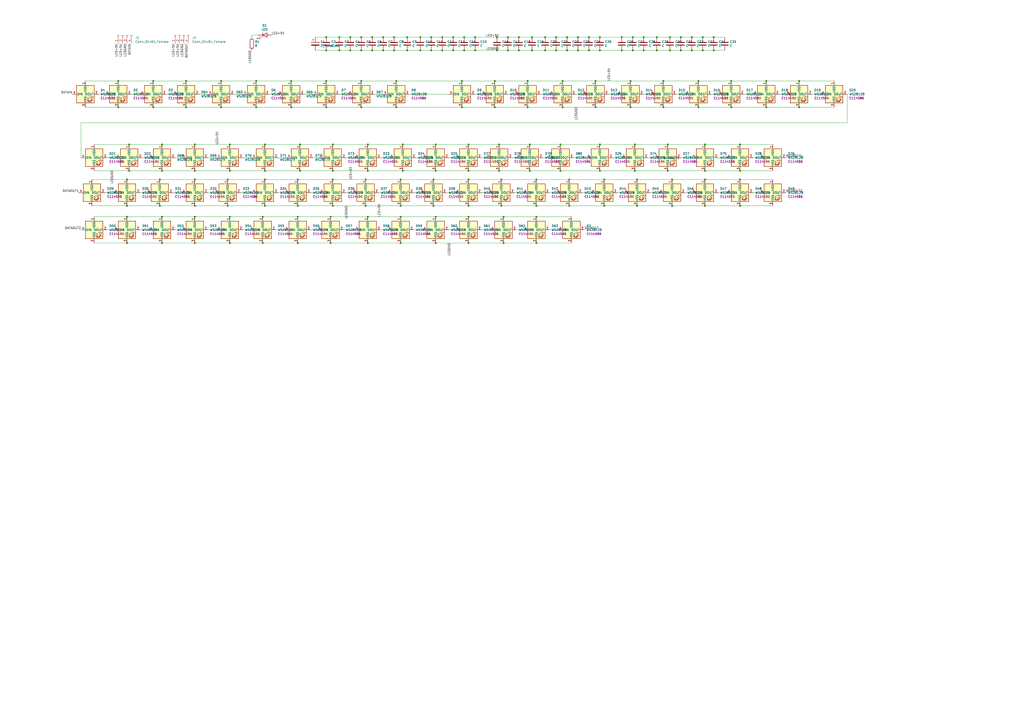
<source format=kicad_sch>
(kicad_sch (version 20211123) (generator eeschema)
  (paper "A2")
  (title_block (title "KY-58 PANEL") (date "2023-02-10") (rev "3"))
  (junction (at 326.39 62.23))
  (junction (at 189.23 29.21))
  (junction (at 330.2 119.38))
  (junction (at 290.83 119.38))
  (junction (at 306.07 62.23))
  (junction (at 113.03 99.06))
  (junction (at 262.89 21.59))
  (junction (at 367.03 21.59))
  (junction (at 271.78 125.73))
  (junction (at 74.93 99.06))
  (junction (at 132.08 119.38))
  (junction (at 222.25 21.59))
  (junction (at 252.73 83.82))
  (junction (at 196.85 29.21))
  (junction (at 373.38 29.21))
  (junction (at 407.67 21.59))
  (junction (at 262.89 29.21))
  (junction (at 172.72 125.73))
  (junction (at 345.44 46.99))
  (junction (at 128.27 62.23))
  (junction (at 173.99 83.82))
  (junction (at 232.41 140.97))
  (junction (at 405.13 62.23))
  (junction (at 236.22 21.59))
  (junction (at 300.99 21.59))
  (junction (at 232.41 119.38))
  (junction (at 215.9 21.59))
  (junction (at 384.81 46.99))
  (junction (at 271.78 104.14))
  (junction (at 328.93 21.59))
  (junction (at 173.99 99.06))
  (junction (at 275.59 21.59))
  (junction (at 243.84 21.59))
  (junction (at 381 29.21))
  (junction (at 133.35 140.97))
  (junction (at 203.2 29.21))
  (junction (at 252.73 140.97))
  (junction (at 326.39 46.99))
  (junction (at 93.98 83.82))
  (junction (at 153.67 104.14))
  (junction (at 316.23 21.59))
  (junction (at 193.04 83.82))
  (junction (at 113.03 104.14))
  (junction (at 212.09 104.14))
  (junction (at 271.78 83.82))
  (junction (at 113.03 125.73))
  (junction (at 233.68 83.82))
  (junction (at 341.63 29.21))
  (junction (at 388.62 29.21))
  (junction (at 365.76 62.23))
  (junction (at 444.5 62.23))
  (junction (at 311.15 119.38))
  (junction (at 93.98 99.06))
  (junction (at 311.15 104.14))
  (junction (at 250.19 29.21))
  (junction (at 401.32 21.59))
  (junction (at 387.35 83.82))
  (junction (at 307.34 83.82))
  (junction (at 213.36 99.06))
  (junction (at 133.35 83.82))
  (junction (at 251.46 119.38))
  (junction (at 347.98 99.06))
  (junction (at 360.68 21.59))
  (junction (at 193.04 99.06))
  (junction (at 408.94 119.38))
  (junction (at 429.26 83.82))
  (junction (at 73.66 104.14))
  (junction (at 228.6 21.59))
  (junction (at 172.72 119.38))
  (junction (at 233.68 99.06))
  (junction (at 68.58 62.23))
  (junction (at 350.52 119.38))
  (junction (at 311.15 125.73))
  (junction (at 369.57 104.14))
  (junction (at 308.61 29.21))
  (junction (at 191.77 140.97))
  (junction (at 73.66 140.97))
  (junction (at 168.91 62.23))
  (junction (at 289.56 83.82))
  (junction (at 360.68 29.21))
  (junction (at 152.4 125.73))
  (junction (at 113.03 83.82))
  (junction (at 290.83 104.14))
  (junction (at 388.62 21.59))
  (junction (at 335.28 21.59))
  (junction (at 168.91 46.99))
  (junction (at 232.41 125.73))
  (junction (at 213.36 140.97))
  (junction (at 153.67 99.06))
  (junction (at 381 21.59))
  (junction (at 107.95 62.23))
  (junction (at 444.5 46.99))
  (junction (at 328.93 29.21))
  (junction (at 429.26 104.14))
  (junction (at 288.29 21.59))
  (junction (at 193.04 119.38))
  (junction (at 368.3 99.06))
  (junction (at 384.81 62.23))
  (junction (at 345.44 62.23))
  (junction (at 148.59 46.99))
  (junction (at 212.09 119.38))
  (junction (at 152.4 140.97))
  (junction (at 294.64 29.21))
  (junction (at 92.71 119.38))
  (junction (at 93.98 140.97))
  (junction (at 341.63 21.59))
  (junction (at 193.04 104.14))
  (junction (at 113.03 119.38))
  (junction (at 373.38 21.59))
  (junction (at 429.26 99.06))
  (junction (at 325.12 83.82))
  (junction (at 308.61 21.59))
  (junction (at 347.98 29.21))
  (junction (at 172.72 140.97))
  (junction (at 229.87 46.99))
  (junction (at 132.08 104.14))
  (junction (at 236.22 29.21))
  (junction (at 133.35 125.73))
  (junction (at 389.89 104.14))
  (junction (at 316.23 29.21))
  (junction (at 307.34 99.06))
  (junction (at 408.94 99.06))
  (junction (at 189.23 62.23))
  (junction (at 311.15 140.97))
  (junction (at 213.36 83.82))
  (junction (at 408.94 104.14))
  (junction (at 269.24 21.59))
  (junction (at 335.28 29.21))
  (junction (at 408.94 83.82))
  (junction (at 73.66 125.73))
  (junction (at 424.18 46.99))
  (junction (at 325.12 99.06))
  (junction (at 306.07 46.99))
  (junction (at 189.23 46.99))
  (junction (at 252.73 99.06))
  (junction (at 271.78 140.97))
  (junction (at 256.54 21.59))
  (junction (at 232.41 104.14))
  (junction (at 300.99 29.21))
  (junction (at 387.35 99.06))
  (junction (at 287.02 62.23))
  (junction (at 209.55 29.21))
  (junction (at 252.73 125.73))
  (junction (at 394.97 21.59))
  (junction (at 133.35 99.06))
  (junction (at 365.76 46.99))
  (junction (at 215.9 29.21))
  (junction (at 424.18 62.23))
  (junction (at 113.03 140.97))
  (junction (at 148.59 62.23))
  (junction (at 269.24 29.21))
  (junction (at 88.9 46.99))
  (junction (at 250.19 21.59))
  (junction (at 153.67 83.82))
  (junction (at 196.85 21.59))
  (junction (at 229.87 62.23))
  (junction (at 189.23 21.59))
  (junction (at 128.27 46.99))
  (junction (at 92.71 104.14))
  (junction (at 209.55 21.59))
  (junction (at 228.6 29.21))
  (junction (at 369.57 119.38))
  (junction (at 271.78 119.38))
  (junction (at 292.1 125.73))
  (junction (at 73.66 119.38))
  (junction (at 330.2 104.14))
  (junction (at 389.89 119.38))
  (junction (at 191.77 125.73))
  (junction (at 275.59 29.21))
  (junction (at 367.03 29.21))
  (junction (at 288.29 29.21))
  (junction (at 256.54 29.21))
  (junction (at 88.9 62.23))
  (junction (at 271.78 99.06))
  (junction (at 68.58 46.99))
  (junction (at 287.02 46.99))
  (junction (at 267.97 46.99))
  (junction (at 401.32 29.21))
  (junction (at 463.55 46.99))
  (junction (at 294.64 21.59))
  (junction (at 322.58 29.21))
  (junction (at 289.56 99.06))
  (junction (at 368.3 83.82))
  (junction (at 251.46 104.14))
  (junction (at 93.98 125.73))
  (junction (at 407.67 29.21))
  (junction (at 243.84 29.21))
  (junction (at 414.02 29.21))
  (junction (at 107.95 46.99))
  (junction (at 267.97 62.23))
  (junction (at 213.36 125.73))
  (junction (at 203.2 21.59))
  (junction (at 429.26 119.38))
  (junction (at 209.55 46.99))
  (junction (at 405.13 46.99))
  (junction (at 222.25 29.21))
  (junction (at 350.52 104.14))
  (junction (at 209.55 62.23))
  (junction (at 463.55 62.23))
  (junction (at 322.58 21.59))
  (junction (at 394.97 29.21))
  (junction (at 414.02 21.59))
  (junction (at 74.93 83.82))
  (junction (at 347.98 21.59))
  (junction (at 172.72 104.14))
  (junction (at 292.1 140.97))
  (junction (at 347.98 83.82))
  (junction (at 153.67 119.38))
  (wire (pts (xy 144.78 133.35) (xy 140.97 133.35)))
  (wire (pts (xy 189.23 21.59) (xy 182.88 21.59)))
  (wire (pts (xy 93.98 125.73) (xy 73.66 125.73)))
  (wire (pts (xy 355.6 91.44) (xy 360.68 91.44)))
  (wire (pts (xy 275.59 29.21) (xy 288.29 29.21)))
  (wire (pts (xy 113.03 104.14) (xy 92.71 104.14)))
  (wire (pts (xy 350.52 119.38) (xy 369.57 119.38)))
  (wire (pts (xy 213.36 99.06) (xy 193.04 99.06)))
  (wire (pts (xy 429.26 104.14) (xy 408.94 104.14)))
  (wire (pts (xy 335.28 21.59) (xy 328.93 21.59)))
  (wire (pts (xy 185.42 111.76) (xy 180.34 111.76)))
  (wire (pts (xy 82.55 91.44) (xy 86.36 91.44)))
  (wire (pts (xy 189.23 46.99) (xy 209.55 46.99)))
  (wire (pts (xy 394.97 29.21) (xy 401.32 29.21)))
  (wire (pts (xy 407.67 29.21) (xy 414.02 29.21)))
  (wire (pts (xy 429.26 119.38) (xy 448.31 119.38)))
  (wire (pts (xy 330.2 104.14) (xy 311.15 104.14)))
  (wire (pts (xy 491.49 71.12) (xy 491.49 54.61)))
  (wire (pts (xy 294.64 21.59) (xy 288.29 21.59)))
  (wire (pts (xy 294.64 54.61) (xy 298.45 54.61)))
  (wire (pts (xy 113.03 119.38) (xy 132.08 119.38)))
  (wire (pts (xy 173.99 99.06) (xy 153.67 99.06)))
  (wire (pts (xy 290.83 119.38) (xy 311.15 119.38)))
  (wire (pts (xy 54.61 140.97) (xy 73.66 140.97)))
  (wire (pts (xy 245.11 133.35) (xy 240.03 133.35)))
  (wire (pts (xy 92.71 119.38) (xy 113.03 119.38)))
  (wire (pts (xy 440.69 111.76) (xy 436.88 111.76)))
  (wire (pts (xy 387.35 83.82) (xy 408.94 83.82)))
  (wire (pts (xy 275.59 21.59) (xy 269.24 21.59)))
  (wire (pts (xy 213.36 140.97) (xy 232.41 140.97)))
  (wire (pts (xy 168.91 46.99) (xy 189.23 46.99)))
  (wire (pts (xy 204.47 111.76) (xy 200.66 111.76)))
  (wire (pts (xy 189.23 62.23) (xy 209.55 62.23)))
  (wire (pts (xy 335.28 29.21) (xy 341.63 29.21)))
  (wire (pts (xy 184.15 133.35) (xy 180.34 133.35)))
  (wire (pts (xy 132.08 119.38) (xy 153.67 119.38)))
  (wire (pts (xy 326.39 62.23) (xy 345.44 62.23)))
  (wire (pts (xy 161.29 91.44) (xy 166.37 91.44)))
  (wire (pts (xy 463.55 46.99) (xy 444.5 46.99)))
  (wire (pts (xy 85.09 111.76) (xy 81.28 111.76)))
  (wire (pts (xy 148.59 62.23) (xy 168.91 62.23)))
  (wire (pts (xy 250.19 21.59) (xy 243.84 21.59)))
  (wire (pts (xy 350.52 104.14) (xy 330.2 104.14)))
  (wire (pts (xy 401.32 111.76) (xy 397.51 111.76)))
  (wire (pts (xy 181.61 91.44) (xy 185.42 91.44)))
  (wire (pts (xy 381 29.21) (xy 388.62 29.21)))
  (wire (pts (xy 252.73 83.82) (xy 271.78 83.82)))
  (wire (pts (xy 73.66 104.14) (xy 53.34 104.14)))
  (wire (pts (xy 74.93 99.06) (xy 93.98 99.06)))
  (wire (pts (xy 73.66 119.38) (xy 92.71 119.38)))
  (wire (pts (xy 289.56 99.06) (xy 307.34 99.06)))
  (wire (pts (xy 353.06 54.61) (xy 358.14 54.61)))
  (wire (pts (xy 361.95 111.76) (xy 358.14 111.76)))
  (wire (pts (xy 408.94 99.06) (xy 429.26 99.06)))
  (wire (pts (xy 322.58 29.21) (xy 328.93 29.21)))
  (wire (pts (xy 283.21 111.76) (xy 279.4 111.76)))
  (wire (pts (xy 93.98 83.82) (xy 74.93 83.82)))
  (wire (pts (xy 243.84 111.76) (xy 240.03 111.76)))
  (wire (pts (xy 313.69 54.61) (xy 318.77 54.61)))
  (wire (pts (xy 341.63 29.21) (xy 347.98 29.21)))
  (wire (pts (xy 394.97 91.44) (xy 401.32 91.44)))
  (wire (pts (xy 46.99 71.12) (xy 491.49 71.12)))
  (wire (pts (xy 229.87 62.23) (xy 267.97 62.23)))
  (wire (pts (xy 314.96 91.44) (xy 317.5 91.44)))
  (wire (pts (xy 217.17 54.61) (xy 222.25 54.61)))
  (wire (pts (xy 193.04 83.82) (xy 173.99 83.82)))
  (wire (pts (xy 96.52 54.61) (xy 100.33 54.61)))
  (wire (pts (xy 388.62 21.59) (xy 381 21.59)))
  (wire (pts (xy 228.6 29.21) (xy 236.22 29.21)))
  (wire (pts (xy 326.39 46.99) (xy 306.07 46.99)))
  (wire (pts (xy 287.02 62.23) (xy 306.07 62.23)))
  (wire (pts (xy 322.58 111.76) (xy 318.77 111.76)))
  (wire (pts (xy 168.91 62.23) (xy 189.23 62.23)))
  (wire (pts (xy 300.99 21.59) (xy 294.64 21.59)))
  (wire (pts (xy 46.99 91.44) (xy 46.99 71.12)))
  (wire (pts (xy 408.94 104.14) (xy 389.89 104.14)))
  (wire (pts (xy 289.56 83.82) (xy 307.34 83.82)))
  (wire (pts (xy 54.61 99.06) (xy 74.93 99.06)))
  (wire (pts (xy 345.44 46.99) (xy 326.39 46.99)))
  (wire (pts (xy 68.58 46.99) (xy 88.9 46.99)))
  (wire (pts (xy 152.4 125.73) (xy 133.35 125.73)))
  (wire (pts (xy 288.29 29.21) (xy 294.64 29.21)))
  (wire (pts (xy 107.95 62.23) (xy 128.27 62.23)))
  (wire (pts (xy 414.02 21.59) (xy 407.67 21.59)))
  (wire (pts (xy 375.92 91.44) (xy 379.73 91.44)))
  (wire (pts (xy 232.41 104.14) (xy 212.09 104.14)))
  (wire (pts (xy 373.38 21.59) (xy 367.03 21.59)))
  (wire (pts (xy 306.07 62.23) (xy 326.39 62.23)))
  (wire (pts (xy 252.73 99.06) (xy 271.78 99.06)))
  (wire (pts (xy 342.9 111.76) (xy 337.82 111.76)))
  (wire (pts (xy 73.66 125.73) (xy 54.61 125.73)))
  (wire (pts (xy 229.87 46.99) (xy 267.97 46.99)))
  (wire (pts (xy 300.99 29.21) (xy 308.61 29.21)))
  (wire (pts (xy 172.72 119.38) (xy 193.04 119.38)))
  (wire (pts (xy 73.66 140.97) (xy 93.98 140.97)))
  (wire (pts (xy 133.35 99.06) (xy 113.03 99.06)))
  (wire (pts (xy 215.9 29.21) (xy 222.25 29.21)))
  (wire (pts (xy 232.41 119.38) (xy 251.46 119.38)))
  (wire (pts (xy 284.48 133.35) (xy 279.4 133.35)))
  (wire (pts (xy 213.36 125.73) (xy 191.77 125.73)))
  (wire (pts (xy 408.94 119.38) (xy 429.26 119.38)))
  (wire (pts (xy 311.15 140.97) (xy 331.47 140.97)))
  (wire (pts (xy 189.23 29.21) (xy 182.88 29.21)))
  (wire (pts (xy 401.32 29.21) (xy 407.67 29.21)))
  (wire (pts (xy 113.03 125.73) (xy 93.98 125.73)))
  (wire (pts (xy 191.77 125.73) (xy 172.72 125.73)))
  (wire (pts (xy 308.61 21.59) (xy 300.99 21.59)))
  (wire (pts (xy 146.05 20.32) (xy 146.05 21.59)))
  (wire (pts (xy 57.15 54.61) (xy 60.96 54.61)))
  (wire (pts (xy 297.18 91.44) (xy 299.72 91.44)))
  (wire (pts (xy 483.87 46.99) (xy 463.55 46.99)))
  (wire (pts (xy 347.98 29.21) (xy 360.68 29.21)))
  (wire (pts (xy 53.34 119.38) (xy 73.66 119.38)))
  (wire (pts (xy 373.38 29.21) (xy 381 29.21)))
  (wire (pts (xy 191.77 140.97) (xy 213.36 140.97)))
  (wire (pts (xy 236.22 29.21) (xy 243.84 29.21)))
  (wire (pts (xy 405.13 46.99) (xy 384.81 46.99)))
  (wire (pts (xy 384.81 46.99) (xy 365.76 46.99)))
  (wire (pts (xy 193.04 119.38) (xy 212.09 119.38)))
  (wire (pts (xy 146.05 111.76) (xy 139.7 111.76)))
  (wire (pts (xy 330.2 119.38) (xy 350.52 119.38)))
  (wire (pts (xy 328.93 21.59) (xy 322.58 21.59)))
  (wire (pts (xy 256.54 21.59) (xy 250.19 21.59)))
  (wire (pts (xy 76.2 54.61) (xy 81.28 54.61)))
  (wire (pts (xy 424.18 46.99) (xy 405.13 46.99)))
  (wire (pts (xy 424.18 62.23) (xy 444.5 62.23)))
  (wire (pts (xy 318.77 133.35) (xy 323.85 133.35)))
  (wire (pts (xy 367.03 21.59) (xy 360.68 21.59)))
  (wire (pts (xy 251.46 119.38) (xy 271.78 119.38)))
  (wire (pts (xy 153.67 119.38) (xy 172.72 119.38)))
  (wire (pts (xy 128.27 62.23) (xy 148.59 62.23)))
  (wire (pts (xy 132.08 104.14) (xy 113.03 104.14)))
  (wire (pts (xy 294.64 29.21) (xy 300.99 29.21)))
  (wire (pts (xy 436.88 91.44) (xy 440.69 91.44)))
  (wire (pts (xy 463.55 62.23) (xy 483.87 62.23)))
  (wire (pts (xy 260.35 91.44) (xy 264.16 91.44)))
  (wire (pts (xy 444.5 46.99) (xy 424.18 46.99)))
  (wire (pts (xy 444.5 62.23) (xy 463.55 62.23)))
  (wire (pts (xy 146.05 20.32) (xy 149.86 20.32)))
  (wire (pts (xy 392.43 54.61) (xy 397.51 54.61)))
  (wire (pts (xy 62.23 91.44) (xy 67.31 91.44)))
  (wire (pts (xy 68.58 62.23) (xy 88.9 62.23)))
  (wire (pts (xy 421.64 111.76) (xy 416.56 111.76)))
  (wire (pts (xy 213.36 99.06) (xy 233.68 99.06)))
  (wire (pts (xy 172.72 104.14) (xy 153.67 104.14)))
  (wire (pts (xy 431.8 54.61) (xy 436.88 54.61)))
  (wire (pts (xy 368.3 99.06) (xy 387.35 99.06)))
  (wire (pts (xy 222.25 21.59) (xy 215.9 21.59)))
  (wire (pts (xy 308.61 29.21) (xy 316.23 29.21)))
  (wire (pts (xy 156.21 54.61) (xy 161.29 54.61)))
  (wire (pts (xy 172.72 125.73) (xy 152.4 125.73)))
  (wire (pts (xy 405.13 62.23) (xy 424.18 62.23)))
  (wire (pts (xy 368.3 99.06) (xy 347.98 99.06)))
  (wire (pts (xy 92.71 104.14) (xy 73.66 104.14)))
  (wire (pts (xy 271.78 104.14) (xy 251.46 104.14)))
  (wire (pts (xy 213.36 83.82) (xy 233.68 83.82)))
  (wire (pts (xy 271.78 125.73) (xy 252.73 125.73)))
  (wire (pts (xy 107.95 46.99) (xy 128.27 46.99)))
  (wire (pts (xy 209.55 62.23) (xy 229.87 62.23)))
  (wire (pts (xy 93.98 83.82) (xy 113.03 83.82)))
  (wire (pts (xy 224.79 111.76) (xy 219.71 111.76)))
  (wire (pts (xy 220.98 91.44) (xy 226.06 91.44)))
  (wire (pts (xy 365.76 46.99) (xy 345.44 46.99)))
  (wire (pts (xy 250.19 29.21) (xy 256.54 29.21)))
  (wire (pts (xy 113.03 83.82) (xy 133.35 83.82)))
  (wire (pts (xy 369.57 119.38) (xy 389.89 119.38)))
  (wire (pts (xy 101.6 91.44) (xy 105.41 91.44)))
  (wire (pts (xy 373.38 54.61) (xy 377.19 54.61)))
  (wire (pts (xy 196.85 21.59) (xy 189.23 21.59)))
  (wire (pts (xy 153.67 83.82) (xy 173.99 83.82)))
  (wire (pts (xy 267.97 46.99) (xy 287.02 46.99)))
  (wire (pts (xy 328.93 29.21) (xy 335.28 29.21)))
  (wire (pts (xy 115.57 54.61) (xy 120.65 54.61)))
  (wire (pts (xy 471.17 54.61) (xy 476.25 54.61)))
  (wire (pts (xy 389.89 104.14) (xy 369.57 104.14)))
  (wire (pts (xy 193.04 83.82) (xy 213.36 83.82)))
  (wire (pts (xy 264.16 133.35) (xy 260.35 133.35)))
  (wire (pts (xy 382.27 111.76) (xy 377.19 111.76)))
  (wire (pts (xy 243.84 29.21) (xy 250.19 29.21)))
  (wire (pts (xy 125.73 133.35) (xy 120.65 133.35)))
  (wire (pts (xy 275.59 21.59) (xy 288.29 21.59)))
  (wire (pts (xy 368.3 83.82) (xy 387.35 83.82)))
  (wire (pts (xy 252.73 125.73) (xy 232.41 125.73)))
  (wire (pts (xy 384.81 62.23) (xy 405.13 62.23)))
  (wire (pts (xy 133.35 83.82) (xy 153.67 83.82)))
  (wire (pts (xy 86.36 133.35) (xy 81.28 133.35)))
  (wire (pts (xy 347.98 21.59) (xy 360.68 21.59)))
  (wire (pts (xy 165.1 133.35) (xy 160.02 133.35)))
  (wire (pts (xy 88.9 46.99) (xy 107.95 46.99)))
  (wire (pts (xy 105.41 133.35) (xy 101.6 133.35)))
  (wire (pts (xy 66.04 111.76) (xy 60.96 111.76)))
  (wire (pts (xy 311.15 104.14) (xy 290.83 104.14)))
  (wire (pts (xy 341.63 21.59) (xy 335.28 21.59)))
  (wire (pts (xy 228.6 21.59) (xy 222.25 21.59)))
  (wire (pts (xy 452.12 54.61) (xy 455.93 54.61)))
  (wire (pts (xy 66.04 133.35) (xy 62.23 133.35)))
  (wire (pts (xy 176.53 54.61) (xy 181.61 54.61)))
  (wire (pts (xy 325.12 83.82) (xy 347.98 83.82)))
  (wire (pts (xy 140.97 91.44) (xy 146.05 91.44)))
  (wire (pts (xy 196.85 54.61) (xy 201.93 54.61)))
  (wire (pts (xy 401.32 21.59) (xy 394.97 21.59)))
  (wire (pts (xy 271.78 83.82) (xy 289.56 83.82)))
  (wire (pts (xy 369.57 104.14) (xy 350.52 104.14)))
  (wire (pts (xy 262.89 21.59) (xy 256.54 21.59)))
  (wire (pts (xy 128.27 46.99) (xy 148.59 46.99)))
  (wire (pts (xy 316.23 29.21) (xy 322.58 29.21)))
  (wire (pts (xy 203.2 29.21) (xy 209.55 29.21)))
  (wire (pts (xy 252.73 140.97) (xy 271.78 140.97)))
  (wire (pts (xy 303.53 111.76) (xy 298.45 111.76)))
  (wire (pts (xy 241.3 91.44) (xy 245.11 91.44)))
  (wire (pts (xy 189.23 29.21) (xy 196.85 29.21)))
  (wire (pts (xy 429.26 99.06) (xy 448.31 99.06)))
  (wire (pts (xy 389.89 119.38) (xy 408.94 119.38)))
  (wire (pts (xy 212.09 104.14) (xy 193.04 104.14)))
  (wire (pts (xy 311.15 125.73) (xy 292.1 125.73)))
  (wire (pts (xy 345.44 62.23) (xy 365.76 62.23)))
  (wire (pts (xy 316.23 21.59) (xy 308.61 21.59)))
  (wire (pts (xy 322.58 21.59) (xy 316.23 21.59)))
  (wire (pts (xy 367.03 29.21) (xy 373.38 29.21)))
  (wire (pts (xy 334.01 54.61) (xy 337.82 54.61)))
  (wire (pts (xy 133.35 140.97) (xy 152.4 140.97)))
  (wire (pts (xy 275.59 54.61) (xy 279.4 54.61)))
  (wire (pts (xy 153.67 99.06) (xy 133.35 99.06)))
  (wire (pts (xy 200.66 91.44) (xy 205.74 91.44)))
  (wire (pts (xy 267.97 62.23) (xy 287.02 62.23)))
  (wire (pts (xy 307.34 99.06) (xy 325.12 99.06)))
  (wire (pts (xy 414.02 29.21) (xy 420.37 29.21)))
  (wire (pts (xy 209.55 29.21) (xy 215.9 29.21)))
  (wire (pts (xy 412.75 54.61) (xy 416.56 54.61)))
  (wire (pts (xy 172.72 140.97) (xy 191.77 140.97)))
  (wire (pts (xy 307.34 83.82) (xy 325.12 83.82)))
  (wire (pts (xy 290.83 104.14) (xy 271.78 104.14)))
  (wire (pts (xy 394.97 21.59) (xy 388.62 21.59)))
  (wire (pts (xy 408.94 99.06) (xy 387.35 99.06)))
  (wire (pts (xy 173.99 99.06) (xy 193.04 99.06)))
  (wire (pts (xy 105.41 111.76) (xy 100.33 111.76)))
  (wire (pts (xy 88.9 62.23) (xy 107.95 62.23)))
  (wire (pts (xy 429.26 83.82) (xy 408.94 83.82)))
  (wire (pts (xy 236.22 21.59) (xy 228.6 21.59)))
  (wire (pts (xy 360.68 29.21) (xy 367.03 29.21)))
  (wire (pts (xy 209.55 21.59) (xy 203.2 21.59)))
  (wire (pts (xy 347.98 83.82) (xy 368.3 83.82)))
  (wire (pts (xy 152.4 140.97) (xy 172.72 140.97)))
  (wire (pts (xy 49.53 46.99) (xy 68.58 46.99)))
  (wire (pts (xy 232.41 125.73) (xy 213.36 125.73)))
  (wire (pts (xy 243.84 21.59) (xy 236.22 21.59)))
  (wire (pts (xy 420.37 21.59) (xy 414.02 21.59)))
  (wire (pts (xy 233.68 83.82) (xy 252.73 83.82)))
  (wire (pts (xy 256.54 29.21) (xy 262.89 29.21)))
  (wire (pts (xy 448.31 104.14) (xy 429.26 104.14)))
  (wire (pts (xy 135.89 54.61) (xy 140.97 54.61)))
  (wire (pts (xy 306.07 46.99) (xy 287.02 46.99)))
  (wire (pts (xy 416.56 91.44) (xy 421.64 91.44)))
  (wire (pts (xy 224.79 133.35) (xy 220.98 133.35)))
  (wire (pts (xy 271.78 99.06) (xy 289.56 99.06)))
  (wire (pts (xy 120.65 91.44) (xy 125.73 91.44)))
  (wire (pts (xy 279.4 91.44) (xy 281.94 91.44)))
  (wire (pts (xy 196.85 29.21) (xy 203.2 29.21)))
  (wire (pts (xy 271.78 119.38) (xy 290.83 119.38)))
  (wire (pts (xy 74.93 83.82) (xy 54.61 83.82)))
  (wire (pts (xy 264.16 111.76) (xy 259.08 111.76)))
  (wire (pts (xy 251.46 104.14) (xy 232.41 104.14)))
  (wire (pts (xy 209.55 46.99) (xy 229.87 46.99)))
  (wire (pts (xy 269.24 21.59) (xy 262.89 21.59)))
  (wire (pts (xy 332.74 91.44) (xy 340.36 91.44)))
  (wire (pts (xy 49.53 62.23) (xy 68.58 62.23)))
  (wire (pts (xy 193.04 104.14) (xy 172.72 104.14)))
  (wire (pts (xy 215.9 21.59) (xy 209.55 21.59)))
  (wire (pts (xy 237.49 54.61) (xy 260.35 54.61)))
  (wire (pts (xy 233.68 99.06) (xy 252.73 99.06)))
  (wire (pts (xy 113.03 99.06) (xy 93.98 99.06)))
  (wire (pts (xy 153.67 104.14) (xy 132.08 104.14)))
  (wire (pts (xy 232.41 140.97) (xy 252.73 140.97)))
  (wire (pts (xy 262.89 29.21) (xy 269.24 29.21)))
  (wire (pts (xy 292.1 140.97) (xy 311.15 140.97)))
  (wire (pts (xy 148.59 46.99) (xy 168.91 46.99)))
  (wire (pts (xy 347.98 21.59) (xy 341.63 21.59)))
  (wire (pts (xy 311.15 119.38) (xy 330.2 119.38)))
  (wire (pts (xy 407.67 21.59) (xy 401.32 21.59)))
  (wire (pts (xy 365.76 62.23) (xy 384.81 62.23)))
  (wire (pts (xy 212.09 119.38) (xy 232.41 119.38)))
  (wire (pts (xy 303.53 133.35) (xy 299.72 133.35)))
  (wire (pts (xy 133.35 125.73) (xy 113.03 125.73)))
  (wire (pts (xy 325.12 99.06) (xy 347.98 99.06)))
  (wire (pts (xy 113.03 140.97) (xy 133.35 140.97)))
  (wire (pts (xy 271.78 140.97) (xy 292.1 140.97)))
  (wire (pts (xy 222.25 29.21) (xy 228.6 29.21)))
  (wire (pts (xy 311.15 125.73) (xy 331.47 125.73)))
  (wire (pts (xy 203.2 21.59) (xy 196.85 21.59)))
  (wire (pts (xy 381 21.59) (xy 373.38 21.59)))
  (wire (pts (xy 292.1 125.73) (xy 271.78 125.73)))
  (wire (pts (xy 205.74 133.35) (xy 199.39 133.35)))
  (wire (pts (xy 269.24 29.21) (xy 275.59 29.21)))
  (wire (pts (xy 448.31 83.82) (xy 429.26 83.82)))
  (wire (pts (xy 165.1 111.76) (xy 161.29 111.76)))
  (wire (pts (xy 93.98 140.97) (xy 113.03 140.97)))
  (wire (pts (xy 124.46 111.76) (xy 120.65 111.76)))
  (wire (pts (xy 388.62 29.21) (xy 394.97 29.21)))
  (label "LED+5V" (at 354.33 46.99 90))
  (label "LEDGND" (at 201.93 119.38 270))
  (label "LEDGND" (at 66.04 99.06 270))
  (label "LED+5V" (at 127 83.82 90))
  (label "LEDGND" (at 261.62 140.97 270))
  (label "DATAIN" (at 76.2 25.4 270))
  (label "LED+5V" (at 71.12 25.4 270))
  (label "LEDGND" (at 335.28 62.23 270))
  (label "LED+5V" (at 204.47 104.14 90))
  (label "LEDGND" (at 73.66 25.4 270))
  (label "LED+5V" (at 104.14 25.4 270))
  (label "LEDGND" (at 146.05 29.21 270))
  (label "DATAOUT1" (at 455.93 91.44 0))
  (label "LEDGND" (at 281.94 29.21 0))
  (label "LED+5V" (at 68.58 25.4 270))
  (label "DATAOUT1" (at 384.81 92.71 0))
  (label "LED+5V" (at 101.6 25.4 270))
  (label "LED+5V" (at 220.98 125.73 90))
  (label "DATAOUT2" (at 455.93 111.76 0))
  (label "DATAOUT" (at 109.22 25.4 270))
  (label "LED+5V" (at 281.94 21.59 0))
  (label "LED+5V" (at 157.48 20.32 0))
  (label "DATAOUT2" (at 46.99 133.35 180))
  (label "DATAOUT" (at 339.09 133.35 0))
  (label "DATAOUT1" (at 45.72 111.76 180))
  (label "LEDGND" (at 106.68 25.4 270))
  (label "DATAIN" (at 41.91 54.61 180))
  (symbol (lib_id "Connector:Conn_01x04_Female") (at 71.12 20.32 90) (unit 1)
    (property "Reference" "J1" (at 78.4352 21.8948 90) (effects (justify right)))
    (property "Value" "Conn_01x04_Female" (at 78.4352 24.2062 90) (effects (justify right)))
    (property "Footprint" "OH_Footprints:Molex_Mini-Fit_Jr_5566-04A_2x02_P4.20mm_Vertical" (effects hide))
  )
  (symbol (lib_id "Connector:Conn_01x04_Female") (at 104.14 20.32 90) (unit 1)
    (property "Reference" "J2" (at 111.4552 21.8948 90) (effects (justify right)))
    (property "Value" "Conn_01x04_Female" (at 111.4552 24.2062 90) (effects (justify right)))
    (property "Footprint" "OH_Footprints:Molex_Mini-Fit_Jr_5566-04A_2x02_P4.20mm_Vertical" (effects hide))
  )
  (symbol (lib_id "Device:LED") (at 153.67 20.32 0) (unit 1)
    (property "Reference" "D1" (at 153.4922 14.8082 0))
    (property "Value" "LED" (at 153.4922 17.1196 0))
    (property "Footprint" "OH_Footprints:LED_D3.0mm" (effects hide))
  )
  (symbol (lib_id "Device:R") (at 146.05 25.4 0) (unit 1)
    (property "Reference" "R1" (at 147.828 24.2316 0) (effects (justify left)))
    (property "Value" "R" (at 147.828 26.543 0) (effects (justify left)))
    (property "Footprint" "OH_Footprints:R_0603_1608Metric" (effects hide))
  )
  (symbol (lib_id "LED:WS2812B") (at 331.47 133.35 0) (unit 1)
    (property "Reference" "D2" (at 340.2076 131.0386 0) (effects (justify left)))
    (property "Value" "WS2812B" (at 340.2076 133.35 0) (effects (justify left)))
    (property "Footprint" "OH_Footprints:LED_WS2812B_PLCC4_5.0x5.0mm_P3.2mm" (effects hide))
    (property "Datasheet" "https://cdn-shop.adafruit.com/datasheets/WS2812B.pdf" (effects hide))
    (property "LCSC Part Number" "C114586" (at 340.2076 135.6614 0) (effects (justify left)))
  )
  (symbol (lib_id "LED:WS2812B") (at 88.9 54.61 0) (unit 1)
    (property "Reference" "D3" (at 97.6376 52.2986 0) (effects (justify left)))
    (property "Value" "WS2812B" (at 97.6376 54.61 0) (effects (justify left)))
    (property "Footprint" "OH_Footprints:LED_WS2812B_PLCC4_5.0x5.0mm_P3.2mm" (effects hide))
    (property "Datasheet" "https://cdn-shop.adafruit.com/datasheets/WS2812B.pdf" (effects hide))
    (property "LCSC Part Number" "C114586" (at 97.6376 56.9214 0) (effects (justify left)))
  )
  (symbol (lib_id "LED:WS2812B") (at 49.53 54.61 0) (unit 1)
    (property "Reference" "D4" (at 58.2676 52.2986 0) (effects (justify left)))
    (property "Value" "WS2812B" (at 58.2676 54.61 0) (effects (justify left)))
    (property "Footprint" "OH_Footprints:LED_WS2812B_PLCC4_5.0x5.0mm_P3.2mm" (effects hide))
    (property "Datasheet" "https://cdn-shop.adafruit.com/datasheets/WS2812B.pdf" (effects hide))
    (property "LCSC Part Number" "C114586" (at 58.2676 56.9214 0) (effects (justify left)))
  )
  (symbol (lib_id "LED:WS2812B") (at 68.58 54.61 0) (unit 1)
    (property "Reference" "D5" (at 77.3176 52.2986 0) (effects (justify left)))
    (property "Value" "WS2812B" (at 77.3176 54.61 0) (effects (justify left)))
    (property "Footprint" "OH_Footprints:LED_WS2812B_PLCC4_5.0x5.0mm_P3.2mm" (effects hide))
    (property "Datasheet" "https://cdn-shop.adafruit.com/datasheets/WS2812B.pdf" (effects hide))
    (property "LCSC Part Number" "C114586" (at 77.3176 56.9214 0) (effects (justify left)))
  )
  (symbol (lib_id "LED:WS2812B") (at 148.59 54.61 0) (unit 1)
    (property "Reference" "D6" (at 157.3276 52.2986 0) (effects (justify left)))
    (property "Value" "WS2812B" (at 157.3276 54.61 0) (effects (justify left)))
    (property "Footprint" "OH_Footprints:LED_WS2812B_PLCC4_5.0x5.0mm_P3.2mm" (effects hide))
    (property "Datasheet" "https://cdn-shop.adafruit.com/datasheets/WS2812B.pdf" (effects hide))
    (property "LCSC Part Number" "C114586" (at 157.3276 56.9214 0) (effects (justify left)))
  )
  (symbol (lib_id "LED:WS2812B") (at 189.23 54.61 0) (unit 1)
    (property "Reference" "D7" (at 197.9676 52.2986 0) (effects (justify left)))
    (property "Value" "WS2812B" (at 197.9676 54.61 0) (effects (justify left)))
    (property "Footprint" "OH_Footprints:LED_WS2812B_PLCC4_5.0x5.0mm_P3.2mm" (effects hide))
    (property "Datasheet" "https://cdn-shop.adafruit.com/datasheets/WS2812B.pdf" (effects hide))
    (property "LCSC Part Number" "C114586" (at 197.9676 56.9214 0) (effects (justify left)))
  )
  (symbol (lib_id "LED:WS2812B") (at 229.87 54.61 0) (unit 1)
    (property "Reference" "D8" (at 238.6076 52.2986 0) (effects (justify left)))
    (property "Value" "WS2812B" (at 238.6076 54.61 0) (effects (justify left)))
    (property "Footprint" "OH_Footprints:LED_WS2812B_PLCC4_5.0x5.0mm_P3.2mm" (effects hide))
    (property "Datasheet" "https://cdn-shop.adafruit.com/datasheets/WS2812B.pdf" (effects hide))
    (property "LCSC Part Number" "C114586" (at 238.6076 56.9214 0) (effects (justify left)))
  )
  (symbol (lib_id "LED:WS2812B") (at 267.97 54.61 0) (unit 1)
    (property "Reference" "D9" (at 276.7076 52.2986 0) (effects (justify left)))
    (property "Value" "WS2812B" (at 276.7076 54.61 0) (effects (justify left)))
    (property "Footprint" "OH_Footprints:LED_WS2812B_PLCC4_5.0x5.0mm_P3.2mm" (effects hide))
    (property "Datasheet" "https://cdn-shop.adafruit.com/datasheets/WS2812B.pdf" (effects hide))
    (property "LCSC Part Number" "C114586" (at 276.7076 56.9214 0) (effects (justify left)))
  )
  (symbol (lib_id "LED:WS2812B") (at 287.02 54.61 0) (unit 1)
    (property "Reference" "D10" (at 295.7576 52.2986 0) (effects (justify left)))
    (property "Value" "WS2812B" (at 295.7576 54.61 0) (effects (justify left)))
    (property "Footprint" "OH_Footprints:LED_WS2812B_PLCC4_5.0x5.0mm_P3.2mm" (effects hide))
    (property "Datasheet" "https://cdn-shop.adafruit.com/datasheets/WS2812B.pdf" (effects hide))
    (property "LCSC Part Number" "C114586" (at 295.7576 56.9214 0) (effects (justify left)))
  )
  (symbol (lib_id "LED:WS2812B") (at 306.07 54.61 0) (unit 1)
    (property "Reference" "D11" (at 314.8076 52.2986 0) (effects (justify left)))
    (property "Value" "WS2812B" (at 314.8076 54.61 0) (effects (justify left)))
    (property "Footprint" "OH_Footprints:LED_WS2812B_PLCC4_5.0x5.0mm_P3.2mm" (effects hide))
    (property "Datasheet" "https://cdn-shop.adafruit.com/datasheets/WS2812B.pdf" (effects hide))
    (property "LCSC Part Number" "C114586" (at 314.8076 56.9214 0) (effects (justify left)))
  )
  (symbol (lib_id "LED:WS2812B") (at 326.39 54.61 0) (unit 1)
    (property "Reference" "D12" (at 335.1276 52.2986 0) (effects (justify left)))
    (property "Value" "WS2812B" (at 335.1276 54.61 0) (effects (justify left)))
    (property "Footprint" "OH_Footprints:LED_WS2812B_PLCC4_5.0x5.0mm_P3.2mm" (effects hide))
    (property "Datasheet" "https://cdn-shop.adafruit.com/datasheets/WS2812B.pdf" (effects hide))
    (property "LCSC Part Number" "C114586" (at 335.1276 56.9214 0) (effects (justify left)))
  )
  (symbol (lib_id "LED:WS2812B") (at 345.44 54.61 0) (unit 1)
    (property "Reference" "D13" (at 354.1776 52.2986 0) (effects (justify left)))
    (property "Value" "WS2812B" (at 354.1776 54.61 0) (effects (justify left)))
    (property "Footprint" "OH_Footprints:LED_WS2812B_PLCC4_5.0x5.0mm_P3.2mm" (effects hide))
    (property "Datasheet" "https://cdn-shop.adafruit.com/datasheets/WS2812B.pdf" (effects hide))
    (property "LCSC Part Number" "C114586" (at 354.1776 56.9214 0) (effects (justify left)))
  )
  (symbol (lib_id "LED:WS2812B") (at 365.76 54.61 0) (unit 1)
    (property "Reference" "D14" (at 374.4976 52.2986 0) (effects (justify left)))
    (property "Value" "WS2812B" (at 374.4976 54.61 0) (effects (justify left)))
    (property "Footprint" "OH_Footprints:LED_WS2812B_PLCC4_5.0x5.0mm_P3.2mm" (effects hide))
    (property "Datasheet" "https://cdn-shop.adafruit.com/datasheets/WS2812B.pdf" (effects hide))
    (property "LCSC Part Number" "C114586" (at 374.4976 56.9214 0) (effects (justify left)))
  )
  (symbol (lib_id "LED:WS2812B") (at 384.81 54.61 0) (unit 1)
    (property "Reference" "D15" (at 393.5476 52.2986 0) (effects (justify left)))
    (property "Value" "WS2812B" (at 393.5476 54.61 0) (effects (justify left)))
    (property "Footprint" "OH_Footprints:LED_WS2812B_PLCC4_5.0x5.0mm_P3.2mm" (effects hide))
    (property "Datasheet" "https://cdn-shop.adafruit.com/datasheets/WS2812B.pdf" (effects hide))
    (property "LCSC Part Number" "C114586" (at 393.5476 56.9214 0) (effects (justify left)))
  )
  (symbol (lib_id "LED:WS2812B") (at 405.13 54.61 0) (unit 1)
    (property "Reference" "D16" (at 413.8676 52.2986 0) (effects (justify left)))
    (property "Value" "WS2812B" (at 413.8676 54.61 0) (effects (justify left)))
    (property "Footprint" "OH_Footprints:LED_WS2812B_PLCC4_5.0x5.0mm_P3.2mm" (effects hide))
    (property "Datasheet" "https://cdn-shop.adafruit.com/datasheets/WS2812B.pdf" (effects hide))
    (property "LCSC Part Number" "C114586" (at 413.8676 56.9214 0) (effects (justify left)))
  )
  (symbol (lib_id "LED:WS2812B") (at 424.18 54.61 0) (unit 1)
    (property "Reference" "D17" (at 432.9176 52.2986 0) (effects (justify left)))
    (property "Value" "WS2812B" (at 432.9176 54.61 0) (effects (justify left)))
    (property "Footprint" "OH_Footprints:LED_WS2812B_PLCC4_5.0x5.0mm_P3.2mm" (effects hide))
    (property "Datasheet" "https://cdn-shop.adafruit.com/datasheets/WS2812B.pdf" (effects hide))
    (property "LCSC Part Number" "C114586" (at 432.9176 56.9214 0) (effects (justify left)))
  )
  (symbol (lib_id "LED:WS2812B") (at 444.5 54.61 0) (unit 1)
    (property "Reference" "D18" (at 453.2376 52.2986 0) (effects (justify left)))
    (property "Value" "WS2812B" (at 453.2376 54.61 0) (effects (justify left)))
    (property "Footprint" "OH_Footprints:LED_WS2812B_PLCC4_5.0x5.0mm_P3.2mm" (effects hide))
    (property "Datasheet" "https://cdn-shop.adafruit.com/datasheets/WS2812B.pdf" (effects hide))
    (property "LCSC Part Number" "C114586" (at 453.2376 56.9214 0) (effects (justify left)))
  )
  (symbol (lib_id "LED:WS2812B") (at 463.55 54.61 0) (unit 1)
    (property "Reference" "D19" (at 472.2876 52.2986 0) (effects (justify left)))
    (property "Value" "WS2812B" (at 472.2876 54.61 0) (effects (justify left)))
    (property "Footprint" "OH_Footprints:LED_WS2812B_PLCC4_5.0x5.0mm_P3.2mm" (effects hide))
    (property "Datasheet" "https://cdn-shop.adafruit.com/datasheets/WS2812B.pdf" (effects hide))
    (property "LCSC Part Number" "C114586" (at 472.2876 56.9214 0) (effects (justify left)))
  )
  (symbol (lib_id "LED:WS2812B") (at 483.87 54.61 0) (unit 1)
    (property "Reference" "D20" (at 492.6076 52.2986 0) (effects (justify left)))
    (property "Value" "WS2812B" (at 492.6076 54.61 0) (effects (justify left)))
    (property "Footprint" "OH_Footprints:LED_WS2812B_PLCC4_5.0x5.0mm_P3.2mm" (effects hide))
    (property "Datasheet" "https://cdn-shop.adafruit.com/datasheets/WS2812B.pdf" (effects hide))
    (property "LCSC Part Number" "C114586" (at 492.6076 56.9214 0) (effects (justify left)))
  )
  (symbol (lib_id "LED:WS2812B") (at 54.61 91.44 0) (unit 1)
    (property "Reference" "D21" (at 63.3476 89.1286 0) (effects (justify left)))
    (property "Value" "WS2812B" (at 63.3476 91.44 0) (effects (justify left)))
    (property "Footprint" "OH_Footprints:LED_WS2812B_PLCC4_5.0x5.0mm_P3.2mm" (effects hide))
    (property "Datasheet" "https://cdn-shop.adafruit.com/datasheets/WS2812B.pdf" (effects hide))
    (property "LCSC Part Number" "C114586" (at 63.3476 93.7514 0) (effects (justify left)))
  )
  (symbol (lib_id "LED:WS2812B") (at 74.93 91.44 0) (unit 1)
    (property "Reference" "D22" (at 83.6676 89.1286 0) (effects (justify left)))
    (property "Value" "WS2812B" (at 83.6676 91.44 0) (effects (justify left)))
    (property "Footprint" "OH_Footprints:LED_WS2812B_PLCC4_5.0x5.0mm_P3.2mm" (effects hide))
    (property "Datasheet" "https://cdn-shop.adafruit.com/datasheets/WS2812B.pdf" (effects hide))
    (property "LCSC Part Number" "C114586" (at 83.6676 93.7514 0) (effects (justify left)))
  )
  (symbol (lib_id "LED:WS2812B") (at 213.36 91.44 0) (unit 1)
    (property "Reference" "D23" (at 222.0976 89.1286 0) (effects (justify left)))
    (property "Value" "WS2812B" (at 222.0976 91.44 0) (effects (justify left)))
    (property "Footprint" "OH_Footprints:LED_WS2812B_PLCC4_5.0x5.0mm_P3.2mm" (effects hide))
    (property "Datasheet" "https://cdn-shop.adafruit.com/datasheets/WS2812B.pdf" (effects hide))
    (property "LCSC Part Number" "C114586" (at 222.0976 93.7514 0) (effects (justify left)))
  )
  (symbol (lib_id "LED:WS2812B") (at 233.68 91.44 0) (unit 1)
    (property "Reference" "D24" (at 242.4176 89.1286 0) (effects (justify left)))
    (property "Value" "WS2812B" (at 242.4176 91.44 0) (effects (justify left)))
    (property "Footprint" "OH_Footprints:LED_WS2812B_PLCC4_5.0x5.0mm_P3.2mm" (effects hide))
    (property "Datasheet" "https://cdn-shop.adafruit.com/datasheets/WS2812B.pdf" (effects hide))
    (property "LCSC Part Number" "C114586" (at 242.4176 93.7514 0) (effects (justify left)))
  )
  (symbol (lib_id "LED:WS2812B") (at 252.73 91.44 0) (unit 1)
    (property "Reference" "D25" (at 261.4676 89.1286 0) (effects (justify left)))
    (property "Value" "WS2812B" (at 261.4676 91.44 0) (effects (justify left)))
    (property "Footprint" "OH_Footprints:LED_WS2812B_PLCC4_5.0x5.0mm_P3.2mm" (effects hide))
    (property "Datasheet" "https://cdn-shop.adafruit.com/datasheets/WS2812B.pdf" (effects hide))
    (property "LCSC Part Number" "C114586" (at 261.4676 93.7514 0) (effects (justify left)))
  )
  (symbol (lib_id "LED:WS2812B") (at 347.98 91.44 0) (unit 1)
    (property "Reference" "D26" (at 356.7176 89.1286 0) (effects (justify left)))
    (property "Value" "WS2812B" (at 356.7176 91.44 0) (effects (justify left)))
    (property "Footprint" "OH_Footprints:LED_WS2812B_PLCC4_5.0x5.0mm_P3.2mm" (effects hide))
    (property "Datasheet" "https://cdn-shop.adafruit.com/datasheets/WS2812B.pdf" (effects hide))
    (property "LCSC Part Number" "C114586" (at 356.7176 93.7514 0) (effects (justify left)))
  )
  (symbol (lib_id "LED:WS2812B") (at 387.35 91.44 0) (unit 1)
    (property "Reference" "D27" (at 396.0876 89.1286 0) (effects (justify left)))
    (property "Value" "WS2812B" (at 396.0876 91.44 0) (effects (justify left)))
    (property "Footprint" "OH_Footprints:LED_WS2812B_PLCC4_5.0x5.0mm_P3.2mm" (effects hide))
    (property "Datasheet" "https://cdn-shop.adafruit.com/datasheets/WS2812B.pdf" (effects hide))
    (property "LCSC Part Number" "C114586" (at 396.0876 93.7514 0) (effects (justify left)))
  )
  (symbol (lib_id "LED:WS2812B") (at 429.26 91.44 0) (unit 1)
    (property "Reference" "D28" (at 437.9976 89.1286 0) (effects (justify left)))
    (property "Value" "WS2812B" (at 437.9976 91.44 0) (effects (justify left)))
    (property "Footprint" "OH_Footprints:LED_WS2812B_PLCC4_5.0x5.0mm_P3.2mm" (effects hide))
    (property "Datasheet" "https://cdn-shop.adafruit.com/datasheets/WS2812B.pdf" (effects hide))
    (property "LCSC Part Number" "C114586" (at 437.9976 93.7514 0) (effects (justify left)))
  )
  (symbol (lib_id "LED:WS2812B") (at 53.34 111.76 0) (unit 1)
    (property "Reference" "D29" (at 62.0776 109.4486 0) (effects (justify left)))
    (property "Value" "WS2812B" (at 62.0776 111.76 0) (effects (justify left)))
    (property "Footprint" "OH_Footprints:LED_WS2812B_PLCC4_5.0x5.0mm_P3.2mm" (effects hide))
    (property "Datasheet" "https://cdn-shop.adafruit.com/datasheets/WS2812B.pdf" (effects hide))
    (property "LCSC Part Number" "C114586" (at 62.0776 114.0714 0) (effects (justify left)))
  )
  (symbol (lib_id "LED:WS2812B") (at 73.66 111.76 0) (unit 1)
    (property "Reference" "D30" (at 82.3976 109.4486 0) (effects (justify left)))
    (property "Value" "WS2812B" (at 82.3976 111.76 0) (effects (justify left)))
    (property "Footprint" "OH_Footprints:LED_WS2812B_PLCC4_5.0x5.0mm_P3.2mm" (effects hide))
    (property "Datasheet" "https://cdn-shop.adafruit.com/datasheets/WS2812B.pdf" (effects hide))
    (property "LCSC Part Number" "C114586" (at 82.3976 114.0714 0) (effects (justify left)))
  )
  (symbol (lib_id "LED:WS2812B") (at 92.71 111.76 0) (unit 1)
    (property "Reference" "D31" (at 101.4476 109.4486 0) (effects (justify left)))
    (property "Value" "WS2812B" (at 101.4476 111.76 0) (effects (justify left)))
    (property "Footprint" "OH_Footprints:LED_WS2812B_PLCC4_5.0x5.0mm_P3.2mm" (effects hide))
    (property "Datasheet" "https://cdn-shop.adafruit.com/datasheets/WS2812B.pdf" (effects hide))
    (property "LCSC Part Number" "C114586" (at 101.4476 114.0714 0) (effects (justify left)))
  )
  (symbol (lib_id "LED:WS2812B") (at 113.03 111.76 0) (unit 1)
    (property "Reference" "D32" (at 121.7676 109.4486 0) (effects (justify left)))
    (property "Value" "WS2812B" (at 121.7676 111.76 0) (effects (justify left)))
    (property "Footprint" "OH_Footprints:LED_WS2812B_PLCC4_5.0x5.0mm_P3.2mm" (effects hide))
    (property "Datasheet" "https://cdn-shop.adafruit.com/datasheets/WS2812B.pdf" (effects hide))
    (property "LCSC Part Number" "C114586" (at 121.7676 114.0714 0) (effects (justify left)))
  )
  (symbol (lib_id "LED:WS2812B") (at 132.08 111.76 0) (unit 1)
    (property "Reference" "D33" (at 140.8176 109.4486 0) (effects (justify left)))
    (property "Value" "WS2812B" (at 140.8176 111.76 0) (effects (justify left)))
    (property "Footprint" "OH_Footprints:LED_WS2812B_PLCC4_5.0x5.0mm_P3.2mm" (effects hide))
    (property "Datasheet" "https://cdn-shop.adafruit.com/datasheets/WS2812B.pdf" (effects hide))
    (property "LCSC Part Number" "C114586" (at 140.8176 114.0714 0) (effects (justify left)))
  )
  (symbol (lib_id "LED:WS2812B") (at 153.67 111.76 0) (unit 1)
    (property "Reference" "D34" (at 162.4076 109.4486 0) (effects (justify left)))
    (property "Value" "WS2812B" (at 162.4076 111.76 0) (effects (justify left)))
    (property "Footprint" "OH_Footprints:LED_WS2812B_PLCC4_5.0x5.0mm_P3.2mm" (effects hide))
    (property "Datasheet" "https://cdn-shop.adafruit.com/datasheets/WS2812B.pdf" (effects hide))
    (property "LCSC Part Number" "C114586" (at 162.4076 114.0714 0) (effects (justify left)))
  )
  (symbol (lib_id "LED:WS2812B") (at 172.72 111.76 0) (unit 1)
    (property "Reference" "D35" (at 181.4576 109.4486 0) (effects (justify left)))
    (property "Value" "WS2812B" (at 181.4576 111.76 0) (effects (justify left)))
    (property "Footprint" "OH_Footprints:LED_WS2812B_PLCC4_5.0x5.0mm_P3.2mm" (effects hide))
    (property "Datasheet" "https://cdn-shop.adafruit.com/datasheets/WS2812B.pdf" (effects hide))
    (property "LCSC Part Number" "C114586" (at 181.4576 114.0714 0) (effects (justify left)))
  )
  (symbol (lib_id "LED:WS2812B") (at 193.04 111.76 0) (unit 1)
    (property "Reference" "D36" (at 201.7776 109.4486 0) (effects (justify left)))
    (property "Value" "WS2812B" (at 201.7776 111.76 0) (effects (justify left)))
    (property "Footprint" "OH_Footprints:LED_WS2812B_PLCC4_5.0x5.0mm_P3.2mm" (effects hide))
    (property "Datasheet" "https://cdn-shop.adafruit.com/datasheets/WS2812B.pdf" (effects hide))
    (property "LCSC Part Number" "C114586" (at 201.7776 114.0714 0) (effects (justify left)))
  )
  (symbol (lib_id "LED:WS2812B") (at 212.09 111.76 0) (unit 1)
    (property "Reference" "D37" (at 220.8276 109.4486 0) (effects (justify left)))
    (property "Value" "WS2812B" (at 220.8276 111.76 0) (effects (justify left)))
    (property "Footprint" "OH_Footprints:LED_WS2812B_PLCC4_5.0x5.0mm_P3.2mm" (effects hide))
    (property "Datasheet" "https://cdn-shop.adafruit.com/datasheets/WS2812B.pdf" (effects hide))
    (property "LCSC Part Number" "C114586" (at 220.8276 114.0714 0) (effects (justify left)))
  )
  (symbol (lib_id "LED:WS2812B") (at 232.41 111.76 0) (unit 1)
    (property "Reference" "D38" (at 241.1476 109.4486 0) (effects (justify left)))
    (property "Value" "WS2812B" (at 241.1476 111.76 0) (effects (justify left)))
    (property "Footprint" "OH_Footprints:LED_WS2812B_PLCC4_5.0x5.0mm_P3.2mm" (effects hide))
    (property "Datasheet" "https://cdn-shop.adafruit.com/datasheets/WS2812B.pdf" (effects hide))
    (property "LCSC Part Number" "C114586" (at 241.1476 114.0714 0) (effects (justify left)))
  )
  (symbol (lib_id "LED:WS2812B") (at 251.46 111.76 0) (unit 1)
    (property "Reference" "D39" (at 260.1976 109.4486 0) (effects (justify left)))
    (property "Value" "WS2812B" (at 260.1976 111.76 0) (effects (justify left)))
    (property "Footprint" "OH_Footprints:LED_WS2812B_PLCC4_5.0x5.0mm_P3.2mm" (effects hide))
    (property "Datasheet" "https://cdn-shop.adafruit.com/datasheets/WS2812B.pdf" (effects hide))
    (property "LCSC Part Number" "C114586" (at 260.1976 114.0714 0) (effects (justify left)))
  )
  (symbol (lib_id "LED:WS2812B") (at 271.78 111.76 0) (unit 1)
    (property "Reference" "D40" (at 280.5176 109.4486 0) (effects (justify left)))
    (property "Value" "WS2812B" (at 280.5176 111.76 0) (effects (justify left)))
    (property "Footprint" "OH_Footprints:LED_WS2812B_PLCC4_5.0x5.0mm_P3.2mm" (effects hide))
    (property "Datasheet" "https://cdn-shop.adafruit.com/datasheets/WS2812B.pdf" (effects hide))
    (property "LCSC Part Number" "C114586" (at 280.5176 114.0714 0) (effects (justify left)))
  )
  (symbol (lib_id "LED:WS2812B") (at 290.83 111.76 0) (unit 1)
    (property "Reference" "D41" (at 299.5676 109.4486 0) (effects (justify left)))
    (property "Value" "WS2812B" (at 299.5676 111.76 0) (effects (justify left)))
    (property "Footprint" "OH_Footprints:LED_WS2812B_PLCC4_5.0x5.0mm_P3.2mm" (effects hide))
    (property "Datasheet" "https://cdn-shop.adafruit.com/datasheets/WS2812B.pdf" (effects hide))
    (property "LCSC Part Number" "C114586" (at 299.5676 114.0714 0) (effects (justify left)))
  )
  (symbol (lib_id "LED:WS2812B") (at 311.15 111.76 0) (unit 1)
    (property "Reference" "D42" (at 319.8876 109.4486 0) (effects (justify left)))
    (property "Value" "WS2812B" (at 319.8876 111.76 0) (effects (justify left)))
    (property "Footprint" "OH_Footprints:LED_WS2812B_PLCC4_5.0x5.0mm_P3.2mm" (effects hide))
    (property "Datasheet" "https://cdn-shop.adafruit.com/datasheets/WS2812B.pdf" (effects hide))
    (property "LCSC Part Number" "C114586" (at 319.8876 114.0714 0) (effects (justify left)))
  )
  (symbol (lib_id "LED:WS2812B") (at 330.2 111.76 0) (unit 1)
    (property "Reference" "D43" (at 338.9376 109.4486 0) (effects (justify left)))
    (property "Value" "WS2812B" (at 338.9376 111.76 0) (effects (justify left)))
    (property "Footprint" "OH_Footprints:LED_WS2812B_PLCC4_5.0x5.0mm_P3.2mm" (effects hide))
    (property "Datasheet" "https://cdn-shop.adafruit.com/datasheets/WS2812B.pdf" (effects hide))
    (property "LCSC Part Number" "C114586" (at 338.9376 114.0714 0) (effects (justify left)))
  )
  (symbol (lib_id "LED:WS2812B") (at 350.52 111.76 0) (unit 1)
    (property "Reference" "D44" (at 359.2576 109.4486 0) (effects (justify left)))
    (property "Value" "WS2812B" (at 359.2576 111.76 0) (effects (justify left)))
    (property "Footprint" "OH_Footprints:LED_WS2812B_PLCC4_5.0x5.0mm_P3.2mm" (effects hide))
    (property "Datasheet" "https://cdn-shop.adafruit.com/datasheets/WS2812B.pdf" (effects hide))
    (property "LCSC Part Number" "C114586" (at 359.2576 114.0714 0) (effects (justify left)))
  )
  (symbol (lib_id "LED:WS2812B") (at 369.57 111.76 0) (unit 1)
    (property "Reference" "D45" (at 378.3076 109.4486 0) (effects (justify left)))
    (property "Value" "WS2812B" (at 378.3076 111.76 0) (effects (justify left)))
    (property "Footprint" "OH_Footprints:LED_WS2812B_PLCC4_5.0x5.0mm_P3.2mm" (effects hide))
    (property "Datasheet" "https://cdn-shop.adafruit.com/datasheets/WS2812B.pdf" (effects hide))
    (property "LCSC Part Number" "C114586" (at 378.3076 114.0714 0) (effects (justify left)))
  )
  (symbol (lib_id "LED:WS2812B") (at 389.89 111.76 0) (unit 1)
    (property "Reference" "D46" (at 398.6276 109.4486 0) (effects (justify left)))
    (property "Value" "WS2812B" (at 398.6276 111.76 0) (effects (justify left)))
    (property "Footprint" "OH_Footprints:LED_WS2812B_PLCC4_5.0x5.0mm_P3.2mm" (effects hide))
    (property "Datasheet" "https://cdn-shop.adafruit.com/datasheets/WS2812B.pdf" (effects hide))
    (property "LCSC Part Number" "C114586" (at 398.6276 114.0714 0) (effects (justify left)))
  )
  (symbol (lib_id "LED:WS2812B") (at 408.94 111.76 0) (unit 1)
    (property "Reference" "D47" (at 417.6776 109.4486 0) (effects (justify left)))
    (property "Value" "WS2812B" (at 417.6776 111.76 0) (effects (justify left)))
    (property "Footprint" "OH_Footprints:LED_WS2812B_PLCC4_5.0x5.0mm_P3.2mm" (effects hide))
    (property "Datasheet" "https://cdn-shop.adafruit.com/datasheets/WS2812B.pdf" (effects hide))
    (property "LCSC Part Number" "C114586" (at 417.6776 114.0714 0) (effects (justify left)))
  )
  (symbol (lib_id "LED:WS2812B") (at 429.26 111.76 0) (unit 1)
    (property "Reference" "D48" (at 437.9976 109.4486 0) (effects (justify left)))
    (property "Value" "WS2812B" (at 437.9976 111.76 0) (effects (justify left)))
    (property "Footprint" "OH_Footprints:LED_WS2812B_PLCC4_5.0x5.0mm_P3.2mm" (effects hide))
    (property "Datasheet" "https://cdn-shop.adafruit.com/datasheets/WS2812B.pdf" (effects hide))
    (property "LCSC Part Number" "C114586" (at 437.9976 114.0714 0) (effects (justify left)))
  )
  (symbol (lib_id "LED:WS2812B") (at 448.31 111.76 0) (unit 1)
    (property "Reference" "D49" (at 457.0476 109.4486 0) (effects (justify left)))
    (property "Value" "WS2812B" (at 457.0476 111.76 0) (effects (justify left)))
    (property "Footprint" "OH_Footprints:LED_WS2812B_PLCC4_5.0x5.0mm_P3.2mm" (effects hide))
    (property "Datasheet" "https://cdn-shop.adafruit.com/datasheets/WS2812B.pdf" (effects hide))
    (property "LCSC Part Number" "C114586" (at 457.0476 114.0714 0) (effects (justify left)))
  )
  (symbol (lib_id "LED:WS2812B") (at 54.61 133.35 0) (unit 1)
    (property "Reference" "D50" (at 63.3476 131.0386 0) (effects (justify left)))
    (property "Value" "WS2812B" (at 63.3476 133.35 0) (effects (justify left)))
    (property "Footprint" "OH_Footprints:LED_WS2812B_PLCC4_5.0x5.0mm_P3.2mm" (effects hide))
    (property "Datasheet" "https://cdn-shop.adafruit.com/datasheets/WS2812B.pdf" (effects hide))
    (property "LCSC Part Number" "C114586" (at 63.3476 135.6614 0) (effects (justify left)))
  )
  (symbol (lib_id "LED:WS2812B") (at 73.66 133.35 0) (unit 1)
    (property "Reference" "D51" (at 82.3976 131.0386 0) (effects (justify left)))
    (property "Value" "WS2812B" (at 82.3976 133.35 0) (effects (justify left)))
    (property "Footprint" "OH_Footprints:LED_WS2812B_PLCC4_5.0x5.0mm_P3.2mm" (effects hide))
    (property "Datasheet" "https://cdn-shop.adafruit.com/datasheets/WS2812B.pdf" (effects hide))
    (property "LCSC Part Number" "C114586" (at 82.3976 135.6614 0) (effects (justify left)))
  )
  (symbol (lib_id "LED:WS2812B") (at 93.98 133.35 0) (unit 1)
    (property "Reference" "D52" (at 102.7176 131.0386 0) (effects (justify left)))
    (property "Value" "WS2812B" (at 102.7176 133.35 0) (effects (justify left)))
    (property "Footprint" "OH_Footprints:LED_WS2812B_PLCC4_5.0x5.0mm_P3.2mm" (effects hide))
    (property "Datasheet" "https://cdn-shop.adafruit.com/datasheets/WS2812B.pdf" (effects hide))
    (property "LCSC Part Number" "C114586" (at 102.7176 135.6614 0) (effects (justify left)))
  )
  (symbol (lib_id "LED:WS2812B") (at 113.03 133.35 0) (unit 1)
    (property "Reference" "D53" (at 121.7676 131.0386 0) (effects (justify left)))
    (property "Value" "WS2812B" (at 121.7676 133.35 0) (effects (justify left)))
    (property "Footprint" "OH_Footprints:LED_WS2812B_PLCC4_5.0x5.0mm_P3.2mm" (effects hide))
    (property "Datasheet" "https://cdn-shop.adafruit.com/datasheets/WS2812B.pdf" (effects hide))
    (property "LCSC Part Number" "C114586" (at 121.7676 135.6614 0) (effects (justify left)))
  )
  (symbol (lib_id "LED:WS2812B") (at 133.35 133.35 0) (unit 1)
    (property "Reference" "D54" (at 142.0876 131.0386 0) (effects (justify left)))
    (property "Value" "WS2812B" (at 142.0876 133.35 0) (effects (justify left)))
    (property "Footprint" "OH_Footprints:LED_WS2812B_PLCC4_5.0x5.0mm_P3.2mm" (effects hide))
    (property "Datasheet" "https://cdn-shop.adafruit.com/datasheets/WS2812B.pdf" (effects hide))
    (property "LCSC Part Number" "C114586" (at 142.0876 135.6614 0) (effects (justify left)))
  )
  (symbol (lib_id "LED:WS2812B") (at 152.4 133.35 0) (unit 1)
    (property "Reference" "D55" (at 161.1376 131.0386 0) (effects (justify left)))
    (property "Value" "WS2812B" (at 161.1376 133.35 0) (effects (justify left)))
    (property "Footprint" "OH_Footprints:LED_WS2812B_PLCC4_5.0x5.0mm_P3.2mm" (effects hide))
    (property "Datasheet" "https://cdn-shop.adafruit.com/datasheets/WS2812B.pdf" (effects hide))
    (property "LCSC Part Number" "C114586" (at 161.1376 135.6614 0) (effects (justify left)))
  )
  (symbol (lib_id "LED:WS2812B") (at 172.72 133.35 0) (unit 1)
    (property "Reference" "D56" (at 181.4576 131.0386 0) (effects (justify left)))
    (property "Value" "WS2812B" (at 181.4576 133.35 0) (effects (justify left)))
    (property "Footprint" "OH_Footprints:LED_WS2812B_PLCC4_5.0x5.0mm_P3.2mm" (effects hide))
    (property "Datasheet" "https://cdn-shop.adafruit.com/datasheets/WS2812B.pdf" (effects hide))
    (property "LCSC Part Number" "C114586" (at 181.4576 135.6614 0) (effects (justify left)))
  )
  (symbol (lib_id "LED:WS2812B") (at 191.77 133.35 0) (unit 1)
    (property "Reference" "D57" (at 200.5076 131.0386 0) (effects (justify left)))
    (property "Value" "WS2812B" (at 200.5076 133.35 0) (effects (justify left)))
    (property "Footprint" "OH_Footprints:LED_WS2812B_PLCC4_5.0x5.0mm_P3.2mm" (effects hide))
    (property "Datasheet" "https://cdn-shop.adafruit.com/datasheets/WS2812B.pdf" (effects hide))
    (property "LCSC Part Number" "C114586" (at 200.5076 135.6614 0) (effects (justify left)))
  )
  (symbol (lib_id "LED:WS2812B") (at 213.36 133.35 0) (unit 1)
    (property "Reference" "D58" (at 222.0976 131.0386 0) (effects (justify left)))
    (property "Value" "WS2812B" (at 222.0976 133.35 0) (effects (justify left)))
    (property "Footprint" "OH_Footprints:LED_WS2812B_PLCC4_5.0x5.0mm_P3.2mm" (effects hide))
    (property "Datasheet" "https://cdn-shop.adafruit.com/datasheets/WS2812B.pdf" (effects hide))
    (property "LCSC Part Number" "C114586" (at 222.0976 135.6614 0) (effects (justify left)))
  )
  (symbol (lib_id "LED:WS2812B") (at 232.41 133.35 0) (unit 1)
    (property "Reference" "D59" (at 241.1476 131.0386 0) (effects (justify left)))
    (property "Value" "WS2812B" (at 241.1476 133.35 0) (effects (justify left)))
    (property "Footprint" "OH_Footprints:LED_WS2812B_PLCC4_5.0x5.0mm_P3.2mm" (effects hide))
    (property "Datasheet" "https://cdn-shop.adafruit.com/datasheets/WS2812B.pdf" (effects hide))
    (property "LCSC Part Number" "C114586" (at 241.1476 135.6614 0) (effects (justify left)))
  )
  (symbol (lib_id "LED:WS2812B") (at 252.73 133.35 0) (unit 1)
    (property "Reference" "D60" (at 261.4676 131.0386 0) (effects (justify left)))
    (property "Value" "WS2812B" (at 261.4676 133.35 0) (effects (justify left)))
    (property "Footprint" "OH_Footprints:LED_WS2812B_PLCC4_5.0x5.0mm_P3.2mm" (effects hide))
    (property "Datasheet" "https://cdn-shop.adafruit.com/datasheets/WS2812B.pdf" (effects hide))
    (property "LCSC Part Number" "C114586" (at 261.4676 135.6614 0) (effects (justify left)))
  )
  (symbol (lib_id "LED:WS2812B") (at 271.78 133.35 0) (unit 1)
    (property "Reference" "D61" (at 280.5176 131.0386 0) (effects (justify left)))
    (property "Value" "WS2812B" (at 280.5176 133.35 0) (effects (justify left)))
    (property "Footprint" "OH_Footprints:LED_WS2812B_PLCC4_5.0x5.0mm_P3.2mm" (effects hide))
    (property "Datasheet" "https://cdn-shop.adafruit.com/datasheets/WS2812B.pdf" (effects hide))
    (property "LCSC Part Number" "C114586" (at 280.5176 135.6614 0) (effects (justify left)))
  )
  (symbol (lib_id "LED:WS2812B") (at 292.1 133.35 0) (unit 1)
    (property "Reference" "D62" (at 300.8376 131.0386 0) (effects (justify left)))
    (property "Value" "WS2812B" (at 300.8376 133.35 0) (effects (justify left)))
    (property "Footprint" "OH_Footprints:LED_WS2812B_PLCC4_5.0x5.0mm_P3.2mm" (effects hide))
    (property "Datasheet" "https://cdn-shop.adafruit.com/datasheets/WS2812B.pdf" (effects hide))
    (property "LCSC Part Number" "C114586" (at 300.8376 135.6614 0) (effects (justify left)))
  )
  (symbol (lib_id "LED:WS2812B") (at 311.15 133.35 0) (unit 1)
    (property "Reference" "D63" (at 319.8876 131.0386 0) (effects (justify left)))
    (property "Value" "WS2812B" (at 319.8876 133.35 0) (effects (justify left)))
    (property "Footprint" "OH_Footprints:LED_WS2812B_PLCC4_5.0x5.0mm_P3.2mm" (effects hide))
    (property "Datasheet" "https://cdn-shop.adafruit.com/datasheets/WS2812B.pdf" (effects hide))
    (property "LCSC Part Number" "C114586" (at 319.8876 135.6614 0) (effects (justify left)))
  )
  (symbol (lib_id "Device:C") (at 189.23 25.4 0) (unit 1)
    (property "Reference" "C2" (at 192.151 24.2316 0) (effects (justify left)))
    (property "Value" "C" (at 192.151 26.543 0) (effects (justify left)))
    (property "Footprint" "OH_Footprints:C_0603_1608Metric" (effects hide))
  )
  (symbol (lib_id "Device:C") (at 196.85 25.4 0) (unit 1)
    (property "Reference" "C3" (at 199.771 24.2316 0) (effects (justify left)))
    (property "Value" "C" (at 199.771 26.543 0) (effects (justify left)))
    (property "Footprint" "OH_Footprints:C_0603_1608Metric" (effects hide))
  )
  (symbol (lib_id "Device:C") (at 203.2 25.4 0) (unit 1)
    (property "Reference" "C4" (at 206.121 24.2316 0) (effects (justify left)))
    (property "Value" "C" (at 206.121 26.543 0) (effects (justify left)))
    (property "Footprint" "OH_Footprints:C_0603_1608Metric" (effects hide))
  )
  (symbol (lib_id "Device:C") (at 209.55 25.4 0) (unit 1)
    (property "Reference" "C5" (at 212.471 24.2316 0) (effects (justify left)))
    (property "Value" "C" (at 212.471 26.543 0) (effects (justify left)))
    (property "Footprint" "OH_Footprints:C_0603_1608Metric" (effects hide))
  )
  (symbol (lib_id "Device:C") (at 215.9 25.4 0) (unit 1)
    (property "Reference" "C6" (at 218.821 24.2316 0) (effects (justify left)))
    (property "Value" "C" (at 218.821 26.543 0) (effects (justify left)))
    (property "Footprint" "OH_Footprints:C_0603_1608Metric" (effects hide))
  )
  (symbol (lib_id "Device:C") (at 222.25 25.4 0) (unit 1)
    (property "Reference" "C7" (at 225.171 24.2316 0) (effects (justify left)))
    (property "Value" "C" (at 225.171 26.543 0) (effects (justify left)))
    (property "Footprint" "OH_Footprints:C_0603_1608Metric" (effects hide))
  )
  (symbol (lib_id "Device:C") (at 228.6 25.4 0) (unit 1)
    (property "Reference" "C8" (at 231.521 24.2316 0) (effects (justify left)))
    (property "Value" "C" (at 231.521 26.543 0) (effects (justify left)))
    (property "Footprint" "OH_Footprints:C_0603_1608Metric" (effects hide))
  )
  (symbol (lib_id "Device:C") (at 236.22 25.4 0) (unit 1)
    (property "Reference" "C9" (at 239.141 24.2316 0) (effects (justify left)))
    (property "Value" "C" (at 239.141 26.543 0) (effects (justify left)))
    (property "Footprint" "OH_Footprints:C_0603_1608Metric" (effects hide))
  )
  (symbol (lib_id "Device:C") (at 243.84 25.4 0) (unit 1)
    (property "Reference" "C10" (at 246.761 24.2316 0) (effects (justify left)))
    (property "Value" "C" (at 246.761 26.543 0) (effects (justify left)))
    (property "Footprint" "OH_Footprints:C_0603_1608Metric" (effects hide))
  )
  (symbol (lib_id "Device:C") (at 250.19 25.4 0) (unit 1)
    (property "Reference" "C11" (at 253.111 24.2316 0) (effects (justify left)))
    (property "Value" "C" (at 253.111 26.543 0) (effects (justify left)))
    (property "Footprint" "OH_Footprints:C_0603_1608Metric" (effects hide))
  )
  (symbol (lib_id "Device:C") (at 256.54 25.4 0) (unit 1)
    (property "Reference" "C12" (at 259.461 24.2316 0) (effects (justify left)))
    (property "Value" "C" (at 259.461 26.543 0) (effects (justify left)))
    (property "Footprint" "OH_Footprints:C_0603_1608Metric" (effects hide))
  )
  (symbol (lib_id "Device:C") (at 262.89 25.4 0) (unit 1)
    (property "Reference" "C13" (at 265.811 24.2316 0) (effects (justify left)))
    (property "Value" "C" (at 265.811 26.543 0) (effects (justify left)))
    (property "Footprint" "OH_Footprints:C_0603_1608Metric" (effects hide))
  )
  (symbol (lib_id "Device:C") (at 269.24 25.4 0) (unit 1)
    (property "Reference" "C14" (at 272.161 24.2316 0) (effects (justify left)))
    (property "Value" "C" (at 272.161 26.543 0) (effects (justify left)))
    (property "Footprint" "OH_Footprints:C_0603_1608Metric" (effects hide))
  )
  (symbol (lib_id "Device:C") (at 275.59 25.4 0) (unit 1)
    (property "Reference" "C15" (at 278.511 24.2316 0) (effects (justify left)))
    (property "Value" "C" (at 278.511 26.543 0) (effects (justify left)))
    (property "Footprint" "OH_Footprints:C_0603_1608Metric" (effects hide))
  )
  (symbol (lib_id "Device:C_Polarized") (at 182.88 25.4 0) (unit 1)
    (property "Reference" "C1" (at 185.8772 24.2316 0) (effects (justify left)))
    (property "Value" "C_Polarized" (at 185.8772 26.543 0) (effects (justify left)))
    (property "Footprint" "OH_Footprints:CP_Elec_8x10" (effects hide))
  )
  (symbol (lib_id "Device:C") (at 288.29 25.4 0) (unit 1)
    (property "Reference" "C16" (at 291.211 24.2316 0) (effects (justify left)))
    (property "Value" "C" (at 291.211 26.543 0) (effects (justify left)))
    (property "Footprint" "OH_Footprints:C_0603_1608Metric" (effects hide))
  )
  (symbol (lib_id "Device:C") (at 294.64 25.4 0) (unit 1)
    (property "Reference" "C17" (at 297.561 24.2316 0) (effects (justify left)))
    (property "Value" "C" (at 297.561 26.543 0) (effects (justify left)))
    (property "Footprint" "OH_Footprints:C_0603_1608Metric" (effects hide))
  )
  (symbol (lib_id "Device:C") (at 300.99 25.4 0) (unit 1)
    (property "Reference" "C18" (at 303.911 24.2316 0) (effects (justify left)))
    (property "Value" "C" (at 303.911 26.543 0) (effects (justify left)))
    (property "Footprint" "OH_Footprints:C_0603_1608Metric" (effects hide))
  )
  (symbol (lib_id "Device:C") (at 308.61 25.4 0) (unit 1)
    (property "Reference" "C19" (at 311.531 24.2316 0) (effects (justify left)))
    (property "Value" "C" (at 311.531 26.543 0) (effects (justify left)))
    (property "Footprint" "OH_Footprints:C_0603_1608Metric" (effects hide))
  )
  (symbol (lib_id "Device:C") (at 316.23 25.4 0) (unit 1)
    (property "Reference" "C20" (at 319.151 24.2316 0) (effects (justify left)))
    (property "Value" "C" (at 319.151 26.543 0) (effects (justify left)))
    (property "Footprint" "OH_Footprints:C_0603_1608Metric" (effects hide))
  )
  (symbol (lib_id "Device:C") (at 322.58 25.4 0) (unit 1)
    (property "Reference" "C21" (at 325.501 24.2316 0) (effects (justify left)))
    (property "Value" "C" (at 325.501 26.543 0) (effects (justify left)))
    (property "Footprint" "OH_Footprints:C_0603_1608Metric" (effects hide))
  )
  (symbol (lib_id "Device:C") (at 328.93 25.4 0) (unit 1)
    (property "Reference" "C22" (at 331.851 24.2316 0) (effects (justify left)))
    (property "Value" "C" (at 331.851 26.543 0) (effects (justify left)))
    (property "Footprint" "OH_Footprints:C_0603_1608Metric" (effects hide))
  )
  (symbol (lib_id "Device:C") (at 335.28 25.4 0) (unit 1)
    (property "Reference" "C23" (at 338.201 24.2316 0) (effects (justify left)))
    (property "Value" "C" (at 338.201 26.543 0) (effects (justify left)))
    (property "Footprint" "OH_Footprints:C_0603_1608Metric" (effects hide))
  )
  (symbol (lib_id "Device:C") (at 341.63 25.4 0) (unit 1)
    (property "Reference" "C24" (at 344.551 24.2316 0) (effects (justify left)))
    (property "Value" "C" (at 344.551 26.543 0) (effects (justify left)))
    (property "Footprint" "OH_Footprints:C_0603_1608Metric" (effects hide))
  )
  (symbol (lib_id "Device:C") (at 347.98 25.4 0) (unit 1)
    (property "Reference" "C25" (at 350.901 24.2316 0) (effects (justify left)))
    (property "Value" "C" (at 350.901 26.543 0) (effects (justify left)))
    (property "Footprint" "OH_Footprints:C_0603_1608Metric" (effects hide))
  )
  (symbol (lib_id "Device:C") (at 360.68 25.4 0) (unit 1)
    (property "Reference" "C26" (at 363.601 24.2316 0) (effects (justify left)))
    (property "Value" "C" (at 363.601 26.543 0) (effects (justify left)))
    (property "Footprint" "OH_Footprints:C_0603_1608Metric" (effects hide))
  )
  (symbol (lib_id "Device:C") (at 367.03 25.4 0) (unit 1)
    (property "Reference" "C27" (at 369.951 24.2316 0) (effects (justify left)))
    (property "Value" "C" (at 369.951 26.543 0) (effects (justify left)))
    (property "Footprint" "OH_Footprints:C_0603_1608Metric" (effects hide))
  )
  (symbol (lib_id "Device:C") (at 373.38 25.4 0) (unit 1)
    (property "Reference" "C28" (at 376.301 24.2316 0) (effects (justify left)))
    (property "Value" "C" (at 376.301 26.543 0) (effects (justify left)))
    (property "Footprint" "OH_Footprints:C_0603_1608Metric" (effects hide))
  )
  (symbol (lib_id "Device:C") (at 381 25.4 0) (unit 1)
    (property "Reference" "C29" (at 383.921 24.2316 0) (effects (justify left)))
    (property "Value" "C" (at 383.921 26.543 0) (effects (justify left)))
    (property "Footprint" "OH_Footprints:C_0603_1608Metric" (effects hide))
  )
  (symbol (lib_id "Device:C") (at 388.62 25.4 0) (unit 1)
    (property "Reference" "C30" (at 391.541 24.2316 0) (effects (justify left)))
    (property "Value" "C" (at 391.541 26.543 0) (effects (justify left)))
    (property "Footprint" "OH_Footprints:C_0603_1608Metric" (effects hide))
  )
  (symbol (lib_id "Device:C") (at 394.97 25.4 0) (unit 1)
    (property "Reference" "C31" (at 397.891 24.2316 0) (effects (justify left)))
    (property "Value" "C" (at 397.891 26.543 0) (effects (justify left)))
    (property "Footprint" "OH_Footprints:C_0603_1608Metric" (effects hide))
  )
  (symbol (lib_id "Device:C") (at 401.32 25.4 0) (unit 1)
    (property "Reference" "C32" (at 404.241 24.2316 0) (effects (justify left)))
    (property "Value" "C" (at 404.241 26.543 0) (effects (justify left)))
    (property "Footprint" "OH_Footprints:C_0603_1608Metric" (effects hide))
  )
  (symbol (lib_id "Device:C") (at 407.67 25.4 0) (unit 1)
    (property "Reference" "C33" (at 410.591 24.2316 0) (effects (justify left)))
    (property "Value" "C" (at 410.591 26.543 0) (effects (justify left)))
    (property "Footprint" "OH_Footprints:C_0603_1608Metric" (effects hide))
  )
  (symbol (lib_id "Device:C") (at 414.02 25.4 0) (unit 1)
    (property "Reference" "C34" (at 416.941 24.2316 0) (effects (justify left)))
    (property "Value" "C" (at 416.941 26.543 0) (effects (justify left)))
    (property "Footprint" "OH_Footprints:C_0603_1608Metric" (effects hide))
  )
  (symbol (lib_id "Device:C") (at 420.37 25.4 0) (unit 1)
    (property "Reference" "C35" (at 423.291 24.2316 0) (effects (justify left)))
    (property "Value" "C" (at 423.291 26.543 0) (effects (justify left)))
    (property "Footprint" "OH_Footprints:C_0603_1608Metric" (effects hide))
  )
  (symbol (lib_id "LED:WS2812B") (at 107.95 54.61 0) (unit 1)
    (property "Reference" "D64" (at 116.6876 53.4416 0) (effects (justify left)))
    (property "Value" "WS2812B" (at 116.6876 55.753 0) (effects (justify left)))
    (property "Footprint" "OH_Footprints:LED_WS2812B_PLCC4_5.0x5.0mm_P3.2mm" (effects hide))
    (property "Datasheet" "https://cdn-shop.adafruit.com/datasheets/WS2812B.pdf" (effects hide))
  )
  (symbol (lib_id "LED:WS2812B") (at 128.27 54.61 0) (unit 1)
    (property "Reference" "D65" (at 137.0076 53.4416 0) (effects (justify left)))
    (property "Value" "WS2812B" (at 137.0076 55.753 0) (effects (justify left)))
    (property "Footprint" "OH_Footprints:LED_WS2812B_PLCC4_5.0x5.0mm_P3.2mm" (effects hide))
    (property "Datasheet" "https://cdn-shop.adafruit.com/datasheets/WS2812B.pdf" (effects hide))
  )
  (symbol (lib_id "LED:WS2812B") (at 168.91 54.61 0) (unit 1)
    (property "Reference" "D66" (at 177.6476 53.4416 0) (effects (justify left)))
    (property "Value" "WS2812B" (at 177.6476 55.753 0) (effects (justify left)))
    (property "Footprint" "OH_Footprints:LED_WS2812B_PLCC4_5.0x5.0mm_P3.2mm" (effects hide))
    (property "Datasheet" "https://cdn-shop.adafruit.com/datasheets/WS2812B.pdf" (effects hide))
  )
  (symbol (lib_id "LED:WS2812B") (at 209.55 54.61 0) (unit 1)
    (property "Reference" "D67" (at 218.2876 53.4416 0) (effects (justify left)))
    (property "Value" "WS2812B" (at 218.2876 55.753 0) (effects (justify left)))
    (property "Footprint" "OH_Footprints:LED_WS2812B_PLCC4_5.0x5.0mm_P3.2mm" (effects hide))
    (property "Datasheet" "https://cdn-shop.adafruit.com/datasheets/WS2812B.pdf" (effects hide))
  )
  (symbol (lib_id "LED:WS2812B") (at 93.98 91.44 0) (unit 1)
    (property "Reference" "D68" (at 102.7176 90.2716 0) (effects (justify left)))
    (property "Value" "WS2812B" (at 102.7176 92.583 0) (effects (justify left)))
    (property "Footprint" "OH_Footprints:LED_WS2812B_PLCC4_5.0x5.0mm_P3.2mm" (effects hide))
    (property "Datasheet" "https://cdn-shop.adafruit.com/datasheets/WS2812B.pdf" (effects hide))
  )
  (symbol (lib_id "LED:WS2812B") (at 113.03 91.44 0) (unit 1)
    (property "Reference" "D69" (at 121.7676 90.2716 0) (effects (justify left)))
    (property "Value" "WS2812B" (at 121.7676 92.583 0) (effects (justify left)))
    (property "Footprint" "OH_Footprints:LED_WS2812B_PLCC4_5.0x5.0mm_P3.2mm" (effects hide))
    (property "Datasheet" "https://cdn-shop.adafruit.com/datasheets/WS2812B.pdf" (effects hide))
  )
  (symbol (lib_id "LED:WS2812B") (at 133.35 91.44 0) (unit 1)
    (property "Reference" "D70" (at 142.0876 90.2716 0) (effects (justify left)))
    (property "Value" "WS2812B" (at 142.0876 92.583 0) (effects (justify left)))
    (property "Footprint" "OH_Footprints:LED_WS2812B_PLCC4_5.0x5.0mm_P3.2mm" (effects hide))
    (property "Datasheet" "https://cdn-shop.adafruit.com/datasheets/WS2812B.pdf" (effects hide))
  )
  (symbol (lib_id "LED:WS2812B") (at 153.67 91.44 0) (unit 1)
    (property "Reference" "D71" (at 162.4076 90.2716 0) (effects (justify left)))
    (property "Value" "WS2812B" (at 162.4076 92.583 0) (effects (justify left)))
    (property "Footprint" "OH_Footprints:LED_WS2812B_PLCC4_5.0x5.0mm_P3.2mm" (effects hide))
    (property "Datasheet" "https://cdn-shop.adafruit.com/datasheets/WS2812B.pdf" (effects hide))
  )
  (symbol (lib_id "LED:WS2812B") (at 173.99 91.44 0) (unit 1)
    (property "Reference" "D72" (at 182.7276 90.2716 0) (effects (justify left)))
    (property "Value" "WS2812B" (at 182.7276 92.583 0) (effects (justify left)))
    (property "Footprint" "OH_Footprints:LED_WS2812B_PLCC4_5.0x5.0mm_P3.2mm" (effects hide))
    (property "Datasheet" "https://cdn-shop.adafruit.com/datasheets/WS2812B.pdf" (effects hide))
  )
  (symbol (lib_id "LED:WS2812B") (at 193.04 91.44 0) (unit 1)
    (property "Reference" "D73" (at 201.7776 89.1286 0) (effects (justify left)))
    (property "Value" "WS2812B" (at 201.7776 91.44 0) (effects (justify left)))
    (property "Footprint" "OH_Footprints:LED_WS2812B_PLCC4_5.0x5.0mm_P3.2mm" (effects hide))
    (property "Datasheet" "https://cdn-shop.adafruit.com/datasheets/WS2812B.pdf" (effects hide))
    (property "LCSC Part Number" "C114586" (at 201.7776 93.7514 0) (effects (justify left)))
  )
  (symbol (lib_id "LED:WS2812B") (at 368.3 91.44 0) (unit 1)
    (property "Reference" "D74" (at 377.0376 89.1286 0) (effects (justify left)))
    (property "Value" "WS2812B" (at 377.0376 91.44 0) (effects (justify left)))
    (property "Footprint" "OH_Footprints:LED_WS2812B_PLCC4_5.0x5.0mm_P3.2mm" (effects hide))
    (property "Datasheet" "https://cdn-shop.adafruit.com/datasheets/WS2812B.pdf" (effects hide))
    (property "LCSC Part Number" "C114586" (at 377.0376 93.7514 0) (effects (justify left)))
  )
  (symbol (lib_id "LED:WS2812B") (at 408.94 91.44 0) (unit 1)
    (property "Reference" "D75" (at 417.6776 89.1286 0) (effects (justify left)))
    (property "Value" "WS2812B" (at 417.6776 91.44 0) (effects (justify left)))
    (property "Footprint" "OH_Footprints:LED_WS2812B_PLCC4_5.0x5.0mm_P3.2mm" (effects hide))
    (property "Datasheet" "https://cdn-shop.adafruit.com/datasheets/WS2812B.pdf" (effects hide))
    (property "LCSC Part Number" "C114586" (at 417.6776 93.7514 0) (effects (justify left)))
  )
  (symbol (lib_id "LED:WS2812B") (at 448.31 91.44 0) (unit 1)
    (property "Reference" "D76" (at 457.0476 89.1286 0) (effects (justify left)))
    (property "Value" "WS2812B" (at 457.0476 91.44 0) (effects (justify left)))
    (property "Footprint" "OH_Footprints:LED_WS2812B_PLCC4_5.0x5.0mm_P3.2mm" (effects hide))
    (property "Datasheet" "https://cdn-shop.adafruit.com/datasheets/WS2812B.pdf" (effects hide))
    (property "LCSC Part Number" "C114586" (at 457.0476 93.7514 0) (effects (justify left)))
  )
  (symbol (lib_id "LED:WS2812B") (at 271.78 91.44 0) (unit 1)
    (property "Reference" "D77" (at 280.5176 89.1286 0) (effects (justify left)))
    (property "Value" "WS2812B" (at 280.5176 91.44 0) (effects (justify left)))
    (property "Footprint" "OH_Footprints:LED_WS2812B_PLCC4_5.0x5.0mm_P3.2mm" (effects hide))
    (property "Datasheet" "https://cdn-shop.adafruit.com/datasheets/WS2812B.pdf" (effects hide))
    (property "LCSC Part Number" "C114586" (at 280.5176 93.7514 0) (effects (justify left)))
  )
  (symbol (lib_id "LED:WS2812B") (at 289.56 91.44 0) (unit 1)
    (property "Reference" "D78" (at 298.2976 89.1286 0) (effects (justify left)))
    (property "Value" "WS2812B" (at 298.2976 91.44 0) (effects (justify left)))
    (property "Footprint" "OH_Footprints:LED_WS2812B_PLCC4_5.0x5.0mm_P3.2mm" (effects hide))
    (property "Datasheet" "https://cdn-shop.adafruit.com/datasheets/WS2812B.pdf" (effects hide))
    (property "LCSC Part Number" "C114586" (at 298.2976 93.7514 0) (effects (justify left)))
  )
  (symbol (lib_id "LED:WS2812B") (at 307.34 91.44 0) (unit 1)
    (property "Reference" "D79" (at 316.0776 89.1286 0) (effects (justify left)))
    (property "Value" "WS2812B" (at 316.0776 91.44 0) (effects (justify left)))
    (property "Footprint" "OH_Footprints:LED_WS2812B_PLCC4_5.0x5.0mm_P3.2mm" (effects hide))
    (property "Datasheet" "https://cdn-shop.adafruit.com/datasheets/WS2812B.pdf" (effects hide))
    (property "LCSC Part Number" "C114586" (at 316.0776 93.7514 0) (effects (justify left)))
  )
  (symbol (lib_id "LED:WS2812B") (at 325.12 91.44 0) (unit 1)
    (property "Reference" "D80" (at 333.8576 89.1286 0) (effects (justify left)))
    (property "Value" "WS2812B" (at 333.8576 91.44 0) (effects (justify left)))
    (property "Footprint" "OH_Footprints:LED_WS2812B_PLCC4_5.0x5.0mm_P3.2mm" (effects hide))
    (property "Datasheet" "https://cdn-shop.adafruit.com/datasheets/WS2812B.pdf" (effects hide))
    (property "LCSC Part Number" "C114586" (at 333.8576 93.7514 0) (effects (justify left)))
  )
)
</source>
